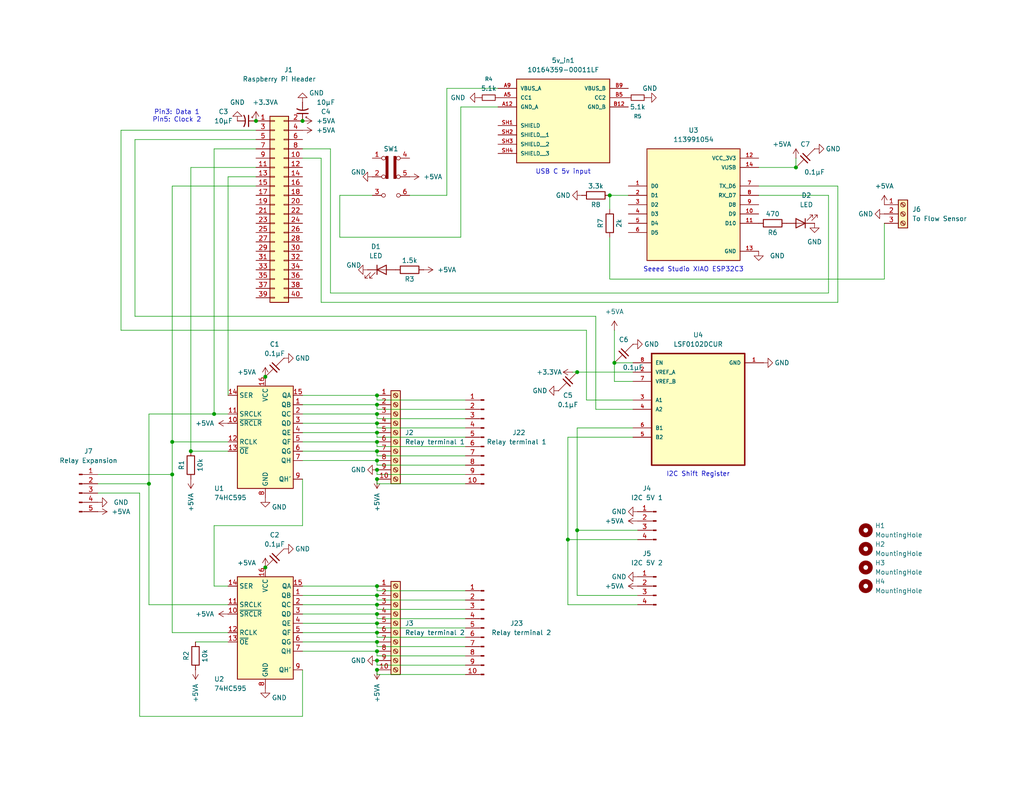
<source format=kicad_sch>
(kicad_sch (version 20250114) (generator "eeschema") (generator_version "9.0")
  (paper "USLetter")
  (title_block (title "Raspberry Pi SIP Hat") (date "2025-11-26") (rev "1.0.0") (company "CasaKazoo") (comment 1 "16 station support using two 74HC595, expansion header for more") (comment 2 "2 5v I2c headers") (comment 3 "Flow sensor input supported by XIAO ESP32C3") (comment 4 "40-pin connector header to interface with RPi"))
  (lib_symbols
    (symbol "74xx:74HC595"
      (property "Reference" "U" (at -7.62 13.97 0))
      (property "Value" "74HC595" (at -7.62 -16.51 0))
      (symbol "74HC595_1_0"
        (pin input line (at -10.16 10.16 0) (length 2.54) (name "SER") (number "14"))
        (pin input line (at -10.16 5.08 0) (length 2.54) (name "SRCLK") (number "11"))
        (pin input line (at -10.16 2.54 0) (length 2.54) (name "~{SRCLR}") (number "10"))
        (pin input line (at -10.16 -2.54 0) (length 2.54) (name "RCLK") (number "12"))
        (pin input line (at -10.16 -5.08 0) (length 2.54) (name "~{OE}") (number "13"))
        (pin power_in line (at 0 15.24 270) (length 2.54) (name "VCC") (number "16"))
        (pin power_in line (at 0 -17.78 90) (length 2.54) (name "GND") (number "8"))
        (pin tri_state line (at 10.16 10.16 180) (length 2.54) (name "QA") (number "15"))
        (pin tri_state line (at 10.16 7.62 180) (length 2.54) (name "QB") (number "1"))
        (pin tri_state line (at 10.16 5.08 180) (length 2.54) (name "QC") (number "2"))
        (pin tri_state line (at 10.16 2.54 180) (length 2.54) (name "QD") (number "3"))
        (pin tri_state line (at 10.16 0 180) (length 2.54) (name "QE") (number "4"))
        (pin tri_state line (at 10.16 -2.54 180) (length 2.54) (name "QF") (number "5"))
        (pin tri_state line (at 10.16 -5.08 180) (length 2.54) (name "QG") (number "6"))
        (pin tri_state line (at 10.16 -7.62 180) (length 2.54) (name "QH") (number "7"))
        (pin output line (at 10.16 -12.7 180) (length 2.54) (name "QH'") (number "9"))
      )
    )
    (symbol "Connector:Conn_01x04_Pin" (pin_names (offset 1.016) (hide yes))
      (property "Reference" "J" (at 0 5.08 0))
      (property "Value" "Conn_01x04_Pin" (at 0 -7.62 0))
      (symbol "Conn_01x04_Pin_1_1"
        (pin passive line (at 5.08 2.54 180) (length 3.81) (name "Pin_1") (number "1"))
        (pin passive line (at 5.08 0 180) (length 3.81) (name "Pin_2") (number "2"))
        (pin passive line (at 5.08 -2.54 180) (length 3.81) (name "Pin_3") (number "3"))
        (pin passive line (at 5.08 -5.08 180) (length 3.81) (name "Pin_4") (number "4"))
      )
    )
    (symbol "Connector:Conn_01x05_Pin" (pin_names (offset 1.016) (hide yes))
      (property "Reference" "J" (at 0 7.62 0))
      (property "Value" "Conn_01x05_Pin" (at 0 -7.62 0))
      (symbol "Conn_01x05_Pin_1_1"
        (pin passive line (at 5.08 5.08 180) (length 3.81) (name "Pin_1") (number "1"))
        (pin passive line (at 5.08 2.54 180) (length 3.81) (name "Pin_2") (number "2"))
        (pin passive line (at 5.08 0 180) (length 3.81) (name "Pin_3") (number "3"))
        (pin passive line (at 5.08 -2.54 180) (length 3.81) (name "Pin_4") (number "4"))
        (pin passive line (at 5.08 -5.08 180) (length 3.81) (name "Pin_5") (number "5"))
      )
    )
    (symbol "Connector:Conn_01x10_Pin" (pin_names (offset 1.016) (hide yes))
      (property "Reference" "J" (at 0 12.7 0))
      (property "Value" "Conn_01x10_Pin" (at 0 -15.24 0))
      (symbol "Conn_01x10_Pin_1_1"
        (pin passive line (at 5.08 10.16 180) (length 3.81) (name "Pin_1") (number "1"))
        (pin passive line (at 5.08 7.62 180) (length 3.81) (name "Pin_2") (number "2"))
        (pin passive line (at 5.08 5.08 180) (length 3.81) (name "Pin_3") (number "3"))
        (pin passive line (at 5.08 2.54 180) (length 3.81) (name "Pin_4") (number "4"))
        (pin passive line (at 5.08 0 180) (length 3.81) (name "Pin_5") (number "5"))
        (pin passive line (at 5.08 -2.54 180) (length 3.81) (name "Pin_6") (number "6"))
        (pin passive line (at 5.08 -5.08 180) (length 3.81) (name "Pin_7") (number "7"))
        (pin passive line (at 5.08 -7.62 180) (length 3.81) (name "Pin_8") (number "8"))
        (pin passive line (at 5.08 -10.16 180) (length 3.81) (name "Pin_9") (number "9"))
        (pin passive line (at 5.08 -12.7 180) (length 3.81) (name "Pin_10") (number "10"))
      )
    )
    (symbol "Connector:Screw_Terminal_01x03" (pin_names (offset 1.016) (hide yes))
      (property "Reference" "J" (at 0 5.08 0))
      (property "Value" "Screw_Terminal_01x03" (at 0 -5.08 0))
      (symbol "Screw_Terminal_01x03_1_1"
        (pin passive line (at -5.08 2.54 0) (length 3.81) (name "Pin_1") (number "1"))
        (pin passive line (at -5.08 0 0) (length 3.81) (name "Pin_2") (number "2"))
        (pin passive line (at -5.08 -2.54 0) (length 3.81) (name "Pin_3") (number "3"))
      )
    )
    (symbol "Connector:Screw_Terminal_01x10" (pin_names (offset 1.016) (hide yes))
      (property "Reference" "J" (at 0 12.7 0))
      (property "Value" "Screw_Terminal_01x10" (at 0 -15.24 0))
      (symbol "Screw_Terminal_01x10_1_1"
        (pin passive line (at -5.08 10.16 0) (length 3.81) (name "Pin_1") (number "1"))
        (pin passive line (at -5.08 7.62 0) (length 3.81) (name "Pin_2") (number "2"))
        (pin passive line (at -5.08 5.08 0) (length 3.81) (name "Pin_3") (number "3"))
        (pin passive line (at -5.08 2.54 0) (length 3.81) (name "Pin_4") (number "4"))
        (pin passive line (at -5.08 0 0) (length 3.81) (name "Pin_5") (number "5"))
        (pin passive line (at -5.08 -2.54 0) (length 3.81) (name "Pin_6") (number "6"))
        (pin passive line (at -5.08 -5.08 0) (length 3.81) (name "Pin_7") (number "7"))
        (pin passive line (at -5.08 -7.62 0) (length 3.81) (name "Pin_8") (number "8"))
        (pin passive line (at -5.08 -10.16 0) (length 3.81) (name "Pin_9") (number "9"))
        (pin passive line (at -5.08 -12.7 0) (length 3.81) (name "Pin_10") (number "10"))
      )
    )
    (symbol "Connector_Generic:Conn_02x20_Odd_Even" (pin_names (offset 1.016) (hide yes))
      (property "Reference" "J1" (at 1.27 29.21 0))
      (property "Value" "Raspberry Pi Header" (at 1.27 26.67 0))
      (symbol "Conn_02x20_Odd_Even_1_1"
        (pin passive line (at -5.08 22.86 0) (length 3.81) (name "Pin_1") (number "1"))
        (pin passive line (at -5.08 20.32 0) (length 3.81) (name "GPIO2") (number "3"))
        (pin passive line (at -5.08 17.78 0) (length 3.81) (name "GPIO3") (number "5"))
        (pin passive line (at -5.08 15.24 0) (length 3.81) (name "Pin_7") (number "7"))
        (pin passive line (at -5.08 12.7 0) (length 3.81) (name "Pin_9") (number "9"))
        (pin passive line (at -5.08 10.16 0) (length 3.81) (name "Pin_11") (number "11"))
        (pin passive line (at -5.08 7.62 0) (length 3.81) (name "Pin_13") (number "13"))
        (pin passive line (at -5.08 5.08 0) (length 3.81) (name "Pin_15") (number "15"))
        (pin passive line (at -5.08 2.54 0) (length 3.81) (name "Pin_17") (number "17"))
        (pin passive line (at -5.08 0 0) (length 3.81) (name "Pin_19") (number "19"))
        (pin passive line (at -5.08 -2.54 0) (length 3.81) (name "Pin_21") (number "21"))
        (pin passive line (at -5.08 -5.08 0) (length 3.81) (name "Pin_23") (number "23"))
        (pin passive line (at -5.08 -7.62 0) (length 3.81) (name "Pin_25") (number "25"))
        (pin passive line (at -5.08 -10.16 0) (length 3.81) (name "Pin_27") (number "27"))
        (pin passive line (at -5.08 -12.7 0) (length 3.81) (name "Pin_29") (number "29"))
        (pin passive line (at -5.08 -15.24 0) (length 3.81) (name "Pin_31") (number "31"))
        (pin passive line (at -5.08 -17.78 0) (length 3.81) (name "Pin_33") (number "33"))
        (pin passive line (at -5.08 -20.32 0) (length 3.81) (name "Pin_35") (number "35"))
        (pin passive line (at -5.08 -22.86 0) (length 3.81) (name "Pin_37") (number "37"))
        (pin passive line (at -5.08 -25.4 0) (length 3.81) (name "Pin_39") (number "39"))
        (pin passive line (at 7.62 22.86 180) (length 3.81) (name "Pin_2") (number "2"))
        (pin passive line (at 7.62 20.32 180) (length 3.81) (name "Pin_4") (number "4"))
        (pin passive line (at 7.62 17.78 180) (length 3.81) (name "Pin_6") (number "6"))
        (pin passive line (at 7.62 15.24 180) (length 3.81) (name "Pin_8") (number "8"))
        (pin passive line (at 7.62 12.7 180) (length 3.81) (name "Pin_10") (number "10"))
        (pin passive line (at 7.62 10.16 180) (length 3.81) (name "Pin_12") (number "12"))
        (pin passive line (at 7.62 7.62 180) (length 3.81) (name "Pin_14") (number "14"))
        (pin passive line (at 7.62 5.08 180) (length 3.81) (name "Pin_16") (number "16"))
        (pin passive line (at 7.62 2.54 180) (length 3.81) (name "Pin_18") (number "18"))
        (pin passive line (at 7.62 0 180) (length 3.81) (name "Pin_20") (number "20"))
        (pin passive line (at 7.62 -2.54 180) (length 3.81) (name "Pin_22") (number "22"))
        (pin passive line (at 7.62 -5.08 180) (length 3.81) (name "Pin_24") (number "24"))
        (pin passive line (at 7.62 -7.62 180) (length 3.81) (name "Pin_26") (number "26"))
        (pin passive line (at 7.62 -10.16 180) (length 3.81) (name "Pin_28") (number "28"))
        (pin passive line (at 7.62 -12.7 180) (length 3.81) (name "Pin_30") (number "30"))
        (pin passive line (at 7.62 -15.24 180) (length 3.81) (name "Pin_32") (number "32"))
        (pin passive line (at 7.62 -17.78 180) (length 3.81) (name "Pin_34") (number "34"))
        (pin passive line (at 7.62 -20.32 180) (length 3.81) (name "Pin_36") (number "36"))
        (pin passive line (at 7.62 -22.86 180) (length 3.81) (name "Pin_38") (number "38"))
        (pin passive line (at 7.62 -25.4 180) (length 3.81) (name "Pin_40") (number "40"))
      )
    )
    (symbol "Device:C_45deg" (pin_numbers (hide yes)) (pin_names (offset 0))
      (property "Reference" "C" (at 3.81 2.54 0))
      (property "Value" "C_45deg" (at 6.35 0 0))
      (symbol "C_45deg_1_1"
        (pin passive line (at -2.54 2.54 0) (length 0) (name "~") (number "2"))
        (pin passive line (at 2.54 -2.54 180) (length 0) (name "~") (number "1"))
      )
    )
    (symbol "Device:C_Polarized_Small_US" (pin_numbers (hide yes)) (pin_names (offset 0.254) (hide yes))
      (property "Reference" "C" (at 0.254 1.778 0))
      (property "Value" "C_Polarized_Small_US" (at 0.254 -2.032 0))
      (symbol "C_Polarized_Small_US_1_1"
        (pin passive line (at 0 2.54 270) (length 2.032) (name "~") (number "1"))
        (pin passive line (at 0 -2.54 90) (length 2.032) (name "~") (number "2"))
      )
    )
    (symbol "Device:LED" (pin_numbers (hide yes)) (pin_names (offset 1.016) (hide yes))
      (property "Reference" "D" (at 0 2.54 0))
      (property "Value" "LED" (at 0 -2.54 0))
      (symbol "LED_1_1"
        (pin passive line (at -3.81 0 0) (length 2.54) (name "K") (number "1"))
        (pin passive line (at 3.81 0 180) (length 2.54) (name "A") (number "2"))
      )
    )
    (symbol "Device:R" (pin_numbers (hide yes)) (pin_names (offset 0))
      (property "Reference" "R" (at 2.032 0 90))
      (property "Value" "R" (at 0 0 90))
      (symbol "R_1_1"
        (pin passive line (at 0 3.81 270) (length 1.27) (name "~") (number "1"))
        (pin passive line (at 0 -3.81 90) (length 1.27) (name "~") (number "2"))
      )
    )
    (symbol "Device:R_Small" (pin_numbers (hide yes)) (pin_names (offset 0.254) (hide yes))
      (property "Reference" "R" (at 0 0 90))
      (property "Value" "R_Small" (at 1.778 0 90))
      (symbol "R_Small_1_1"
        (pin passive line (at 0 2.54 270) (length 0.762) (name "~") (number "1"))
        (pin passive line (at 0 -2.54 90) (length 0.762) (name "~") (number "2"))
      )
    )
    (symbol "Ians_Library:113991054" (pin_names (offset 1.016))
      (property "Reference" "U" (at -12.7 16.002 0))
      (property "Value" "113991054" (at -12.7 -17.78 0))
      (symbol "113991054_0_0"
        (pin bidirectional line (at -17.78 5.08 0) (length 5.08) (name "D0") (number "1"))
        (pin bidirectional line (at -17.78 2.54 0) (length 5.08) (name "D1") (number "2"))
        (pin bidirectional line (at -17.78 0 0) (length 5.08) (name "D2") (number "3"))
        (pin bidirectional line (at -17.78 -2.54 0) (length 5.08) (name "D3") (number "4"))
        (pin bidirectional line (at -17.78 -5.08 0) (length 5.08) (name "D4") (number "5"))
        (pin bidirectional line (at -17.78 -7.62 0) (length 5.08) (name "D5") (number "6"))
        (pin power_in line (at 17.78 12.7 180) (length 5.08) (name "VCC_3V3") (number "12"))
        (pin power_in line (at 17.78 10.16 180) (length 5.08) (name "VUSB") (number "14"))
        (pin bidirectional line (at 17.78 5.08 180) (length 5.08) (name "TX_D6") (number "7"))
        (pin bidirectional line (at 17.78 2.54 180) (length 5.08) (name "RX_D7") (number "8"))
        (pin bidirectional line (at 17.78 0 180) (length 5.08) (name "D8") (number "9"))
        (pin bidirectional line (at 17.78 -2.54 180) (length 5.08) (name "D9") (number "10"))
        (pin bidirectional line (at 17.78 -5.08 180) (length 5.08) (name "D10") (number "11"))
        (pin power_in line (at 17.78 -12.7 180) (length 5.08) (name "GND") (number "13"))
      )
    )
    (symbol "Ians_Library:LSF0102DCUR" (pin_names (offset 1.016))
      (property "Reference" "U" (at -12.7 16.24 0))
      (property "Value" "LSF0102DCUR" (at -12.7 -19.24 0))
      (symbol "LSF0102DCUR_0_0"
        (pin input line (at -17.78 12.7 0) (length 5.08) (name "EN") (number "8"))
        (pin input line (at -17.78 10.16 0) (length 5.08) (name "VREF_A") (number "2"))
        (pin input line (at -17.78 7.62 0) (length 5.08) (name "VREF_B") (number "7"))
        (pin bidirectional line (at -17.78 2.54 0) (length 5.08) (name "A1") (number "3"))
        (pin bidirectional line (at -17.78 0 0) (length 5.08) (name "A2") (number "4"))
        (pin bidirectional line (at -17.78 -5.08 0) (length 5.08) (name "B1") (number "6"))
        (pin bidirectional line (at -17.78 -7.62 0) (length 5.08) (name "B2") (number "5"))
        (pin power_in line (at 17.78 12.7 180) (length 5.08) (name "GND") (number "1"))
      )
    )
    (symbol "Mechanical:MountingHole" (pin_names (offset 1.016)) (in_bom no)
      (property "Reference" "H" (at 0 5.08 0))
      (property "Value" "MountingHole" (at 0 3.175 0))
    )
    (symbol "Switch:SW_Slide_DPDT" (pin_names (offset 0) (hide yes))
      (property "Reference" "SW1" (at 10.16 7.62 0))
      (symbol "SW_Slide_DPDT_1_1"
        (pin passive line (at -5.08 5.08 0) (length 2.54) (name "A") (number "1"))
        (pin passive line (at -5.08 0 0) (length 2.54) (name "B") (number "2"))
        (pin passive line (at -5.08 -5.08 0) (length 2.54) (name "C") (number "3"))
        (pin passive line (at 5.08 5.08 180) (length 2.54) (name "C") (number "4"))
        (pin passive line (at 5.08 0 180) (length 2.54) (name "B") (number "5"))
        (pin power_out line (at 5.08 -5.08 180) (length 2.54) (name "A") (number "6"))
      )
    )
    (symbol "USBC Assembly:10164359-00011LF" (pin_names (offset 1.016))
      (property "Reference" "J" (at -12.7 8.382 0))
      (property "Value" "10164359-00011LF" (at -12.7 -17.78 0))
      (symbol "10164359-00011LF_0_0"
        (pin power_in line (at -17.78 5.08 0) (length 5.08) (name "VBUS_A") (number "A9"))
        (pin bidirectional line (at -17.78 2.54 0) (length 5.08) (name "CC1") (number "A5"))
        (pin power_in line (at -17.78 0 0) (length 5.08) (name "GND_A") (number "A12"))
        (pin passive line (at -17.78 -5.08 0) (length 5.08) (name "SHIELD") (number "SH1"))
        (pin passive line (at -17.78 -7.62 0) (length 5.08) (name "SHIELD__1") (number "SH2"))
        (pin passive line (at -17.78 -10.16 0) (length 5.08) (name "SHIELD__2") (number "SH3"))
        (pin passive line (at -17.78 -12.7 0) (length 5.08) (name "SHIELD__3") (number "SH4"))
        (pin power_in line (at 17.78 5.08 180) (length 5.08) (name "VBUS_B") (number "B9"))
        (pin bidirectional line (at 17.78 2.54 180) (length 5.08) (name "CC2") (number "B5"))
        (pin power_in line (at 17.78 0 180) (length 5.08) (name "GND_B") (number "B12"))
      )
    )
    (symbol "power:+3.3VA" (power) (pin_numbers (hide yes)) (pin_names (offset 0) (hide yes))
      (property "Value" "+3.3VA" (at 0 3.556 0))
      (symbol "+3.3VA_1_1"
        (pin power_in line (at 0 0 90) (length 0) (name "~") (number "1"))
      )
    )
    (symbol "power:+5VA" (power) (pin_numbers (hide yes)) (pin_names (offset 0) (hide yes))
      (property "Value" "+5VA" (at 0 3.556 0))
      (symbol "+5VA_1_1"
        (pin power_in line (at 0 0 90) (length 0) (name "~") (number "1"))
      )
    )
    (symbol "power:GND" (power) (pin_numbers (hide yes)) (pin_names (offset 0) (hide yes))
      (property "Value" "GND" (at 0 -3.81 0))
      (symbol "GND_1_1"
        (pin power_in line (at 0 0 270) (length 0) (name "~") (number "1"))
      )
    )
  )
  (text "USB C 5v input" (at 153.67 46.99 0) (effects (font (size 1.27 1.27))))
  (text "I2C Shift Register" (at 190.5 129.54 0) (effects (font (size 1.27 1.27))))
  (text "Seeed Studio XIAO ESP32C3" (at 189.23 73.66 0) (effects (font (size 1.27 1.27))))
  (text "Pin3: Data 1\nPin5: Clock 2" (at 48.26 31.75 0) (effects (font (size 1.27 1.27))))
  (junction (at 69.85 33.02))
  (junction (at 72.39 102.87))
  (junction (at 102.87 182.88))
  (junction (at 102.87 170.18))
  (junction (at 58.42 113.03))
  (junction (at 102.87 107.95))
  (junction (at 102.87 160.02))
  (junction (at 40.64 132.08))
  (junction (at 102.87 167.64))
  (junction (at 166.37 53.34))
  (junction (at 102.87 113.03))
  (junction (at 217.17 45.72))
  (junction (at 102.87 120.65))
  (junction (at 102.87 130.81))
  (junction (at 72.39 154.94))
  (junction (at 102.87 118.11))
  (junction (at 102.87 128.27))
  (junction (at 46.99 129.54))
  (junction (at 52.07 123.19))
  (junction (at 102.87 172.72))
  (junction (at 46.99 120.65))
  (junction (at 102.87 110.49))
  (junction (at 102.87 180.34))
  (junction (at 102.87 165.1))
  (junction (at 102.87 175.26))
  (junction (at 82.55 33.02))
  (junction (at 102.87 125.73))
  (junction (at 154.94 147.32))
  (junction (at 102.87 123.19))
  (junction (at 102.87 177.8))
  (junction (at 157.48 101.6))
  (junction (at 167.64 99.06))
  (junction (at 157.48 144.78))
  (junction (at 102.87 162.56))
  (junction (at 102.87 115.57))
  (wire (pts (xy 172.72 104.14) (xy 167.64 104.14)))
  (wire (pts (xy 90.17 40.64) (xy 90.17 80.01)))
  (wire (pts (xy 226.06 80.01) (xy 226.06 53.34)))
  (wire (pts (xy 102.87 111.76) (xy 102.87 110.49)))
  (wire (pts (xy 58.42 143.51) (xy 58.42 160.02)))
  (wire (pts (xy 160.02 109.22) (xy 172.72 109.22)))
  (wire (pts (xy 82.55 123.19) (xy 102.87 123.19)))
  (wire (pts (xy 154.94 119.38) (xy 172.72 119.38)))
  (wire (pts (xy 207.01 50.8) (xy 228.6 50.8)))
  (wire (pts (xy 52.07 45.72) (xy 69.85 45.72)))
  (wire (pts (xy 167.64 90.17) (xy 167.64 99.06)))
  (wire (pts (xy 82.55 182.88) (xy 82.55 195.58)))
  (wire (pts (xy 217.17 45.72) (xy 217.17 43.18)))
  (wire (pts (xy 127 119.38) (xy 102.87 119.38)))
  (wire (pts (xy 26.67 129.54) (xy 46.99 129.54)))
  (wire (pts (xy 166.37 76.2) (xy 241.3 76.2)))
  (wire (pts (xy 162.56 86.36) (xy 162.56 111.76)))
  (wire (pts (xy 157.48 144.78) (xy 157.48 116.84)))
  (wire (pts (xy 82.55 165.1) (xy 102.87 165.1)))
  (wire (pts (xy 127 181.61) (xy 102.87 181.61)))
  (wire (pts (xy 46.99 120.65) (xy 46.99 129.54)))
  (wire (pts (xy 40.64 113.03) (xy 58.42 113.03)))
  (wire (pts (xy 82.55 143.51) (xy 58.42 143.51)))
  (wire (pts (xy 82.55 195.58) (xy 38.1 195.58)))
  (wire (pts (xy 62.23 48.26) (xy 62.23 107.95)))
  (wire (pts (xy 102.87 163.83) (xy 102.87 162.56)))
  (wire (pts (xy 127 176.53) (xy 102.87 176.53)))
  (wire (pts (xy 82.55 130.81) (xy 82.55 143.51)))
  (wire (pts (xy 62.23 172.72) (xy 46.99 172.72)))
  (wire (pts (xy 127 173.99) (xy 102.87 173.99)))
  (wire (pts (xy 167.64 99.06) (xy 172.72 99.06)))
  (wire (pts (xy 102.87 127) (xy 102.87 125.73)))
  (wire (pts (xy 154.94 165.1) (xy 154.94 147.32)))
  (wire (pts (xy 46.99 50.8) (xy 46.99 120.65)))
  (wire (pts (xy 33.02 35.56) (xy 33.02 90.17)))
  (wire (pts (xy 82.55 118.11) (xy 102.87 118.11)))
  (wire (pts (xy 127 132.08) (xy 102.87 132.08)))
  (wire (pts (xy 82.55 43.18) (xy 87.63 43.18)))
  (wire (pts (xy 166.37 57.15) (xy 166.37 53.34)))
  (wire (pts (xy 82.55 170.18) (xy 102.87 170.18)))
  (wire (pts (xy 127 114.3) (xy 102.87 114.3)))
  (wire (pts (xy 82.55 107.95) (xy 102.87 107.95)))
  (wire (pts (xy 26.67 134.62) (xy 38.1 134.62)))
  (wire (pts (xy 160.02 90.17) (xy 160.02 109.22)))
  (wire (pts (xy 157.48 101.6) (xy 172.72 101.6)))
  (wire (pts (xy 82.55 110.49) (xy 102.87 110.49)))
  (wire (pts (xy 111.76 53.34) (xy 121.92 53.34)))
  (wire (pts (xy 82.55 172.72) (xy 102.87 172.72)))
  (wire (pts (xy 58.42 40.64) (xy 69.85 40.64)))
  (wire (pts (xy 33.02 90.17) (xy 160.02 90.17)))
  (wire (pts (xy 102.87 119.38) (xy 102.87 118.11)))
  (wire (pts (xy 38.1 134.62) (xy 38.1 195.58)))
  (wire (pts (xy 82.55 160.02) (xy 102.87 160.02)))
  (wire (pts (xy 127 129.54) (xy 102.87 129.54)))
  (wire (pts (xy 46.99 50.8) (xy 69.85 50.8)))
  (wire (pts (xy 36.83 38.1) (xy 36.83 86.36)))
  (wire (pts (xy 102.87 116.84) (xy 102.87 115.57)))
  (wire (pts (xy 102.87 114.3) (xy 102.87 113.03)))
  (wire (pts (xy 102.87 161.29) (xy 102.87 160.02)))
  (wire (pts (xy 53.34 175.26) (xy 62.23 175.26)))
  (wire (pts (xy 157.48 162.56) (xy 157.48 144.78)))
  (wire (pts (xy 102.87 168.91) (xy 102.87 167.64)))
  (wire (pts (xy 241.3 60.96) (xy 241.3 76.2)))
  (wire (pts (xy 127 166.37) (xy 102.87 166.37)))
  (wire (pts (xy 102.87 166.37) (xy 102.87 165.1)))
  (wire (pts (xy 87.63 82.55) (xy 228.6 82.55)))
  (wire (pts (xy 87.63 43.18) (xy 87.63 82.55)))
  (wire (pts (xy 58.42 113.03) (xy 62.23 113.03)))
  (wire (pts (xy 127 121.92) (xy 102.87 121.92)))
  (wire (pts (xy 207.01 45.72) (xy 217.17 45.72)))
  (wire (pts (xy 102.87 132.08) (xy 102.87 130.81)))
  (wire (pts (xy 82.55 120.65) (xy 102.87 120.65)))
  (wire (pts (xy 173.99 162.56) (xy 157.48 162.56)))
  (wire (pts (xy 46.99 129.54) (xy 46.99 172.72)))
  (wire (pts (xy 127 127) (xy 102.87 127)))
  (wire (pts (xy 102.87 173.99) (xy 102.87 172.72)))
  (wire (pts (xy 102.87 109.22) (xy 102.87 107.95)))
  (wire (pts (xy 102.87 176.53) (xy 102.87 175.26)))
  (wire (pts (xy 125.73 29.21) (xy 125.73 64.77)))
  (wire (pts (xy 154.94 147.32) (xy 154.94 119.38)))
  (wire (pts (xy 127 111.76) (xy 102.87 111.76)))
  (wire (pts (xy 82.55 162.56) (xy 102.87 162.56)))
  (wire (pts (xy 127 161.29) (xy 102.87 161.29)))
  (wire (pts (xy 102.87 129.54) (xy 102.87 128.27)))
  (wire (pts (xy 127 124.46) (xy 102.87 124.46)))
  (wire (pts (xy 173.99 165.1) (xy 154.94 165.1)))
  (wire (pts (xy 127 116.84) (xy 102.87 116.84)))
  (wire (pts (xy 166.37 64.77) (xy 166.37 76.2)))
  (wire (pts (xy 127 171.45) (xy 102.87 171.45)))
  (wire (pts (xy 26.67 132.08) (xy 40.64 132.08)))
  (wire (pts (xy 127 163.83) (xy 102.87 163.83)))
  (wire (pts (xy 58.42 160.02) (xy 62.23 160.02)))
  (wire (pts (xy 101.6 53.34) (xy 92.71 53.34)))
  (wire (pts (xy 36.83 86.36) (xy 162.56 86.36)))
  (wire (pts (xy 156.21 101.6) (xy 157.48 101.6)))
  (wire (pts (xy 121.92 24.13) (xy 121.92 53.34)))
  (wire (pts (xy 102.87 124.46) (xy 102.87 123.19)))
  (wire (pts (xy 226.06 53.34) (xy 207.01 53.34)))
  (wire (pts (xy 69.85 35.56) (xy 33.02 35.56)))
  (wire (pts (xy 62.23 120.65) (xy 46.99 120.65)))
  (wire (pts (xy 228.6 82.55) (xy 228.6 50.8)))
  (wire (pts (xy 135.89 29.21) (xy 125.73 29.21)))
  (wire (pts (xy 82.55 115.57) (xy 102.87 115.57)))
  (wire (pts (xy 173.99 147.32) (xy 154.94 147.32)))
  (wire (pts (xy 127 184.15) (xy 102.87 184.15)))
  (wire (pts (xy 102.87 121.92) (xy 102.87 120.65)))
  (wire (pts (xy 166.37 53.34) (xy 171.45 53.34)))
  (wire (pts (xy 62.23 48.26) (xy 69.85 48.26)))
  (wire (pts (xy 102.87 181.61) (xy 102.87 180.34)))
  (wire (pts (xy 102.87 179.07) (xy 102.87 177.8)))
  (wire (pts (xy 92.71 53.34) (xy 92.71 64.77)))
  (wire (pts (xy 40.64 132.08) (xy 40.64 165.1)))
  (wire (pts (xy 90.17 80.01) (xy 226.06 80.01)))
  (wire (pts (xy 82.55 175.26) (xy 102.87 175.26)))
  (wire (pts (xy 102.87 171.45) (xy 102.87 170.18)))
  (wire (pts (xy 162.56 111.76) (xy 172.72 111.76)))
  (wire (pts (xy 125.73 64.77) (xy 92.71 64.77)))
  (wire (pts (xy 62.23 123.19) (xy 52.07 123.19)))
  (wire (pts (xy 127 179.07) (xy 102.87 179.07)))
  (wire (pts (xy 157.48 116.84) (xy 172.72 116.84)))
  (wire (pts (xy 102.87 184.15) (xy 102.87 182.88)))
  (wire (pts (xy 58.42 40.64) (xy 58.42 113.03)))
  (wire (pts (xy 127 109.22) (xy 102.87 109.22)))
  (wire (pts (xy 82.55 167.64) (xy 102.87 167.64)))
  (wire (pts (xy 82.55 113.03) (xy 102.87 113.03)))
  (wire (pts (xy 173.99 144.78) (xy 157.48 144.78)))
  (wire (pts (xy 82.55 125.73) (xy 102.87 125.73)))
  (wire (pts (xy 82.55 177.8) (xy 102.87 177.8)))
  (wire (pts (xy 167.64 104.14) (xy 167.64 99.06)))
  (wire (pts (xy 135.89 24.13) (xy 121.92 24.13)))
  (wire (pts (xy 82.55 40.64) (xy 90.17 40.64)))
  (wire (pts (xy 40.64 165.1) (xy 62.23 165.1)))
  (wire (pts (xy 40.64 113.03) (xy 40.64 132.08)))
  (wire (pts (xy 69.85 38.1) (xy 36.83 38.1)))
  (wire (pts (xy 52.07 45.72) (xy 52.07 123.19)))
  (wire (pts (xy 127 168.91) (xy 102.87 168.91)))
  (symbol (lib_id "Device:LED") (at 218.44 60.96 180) (unit 1)
    (property "Reference" "D2" (at 220.0275 53.34 0))
    (property "Value" "LED" (at 220.0275 55.88 0))
    (property "Footprint" "PCM_LED_SMD_Handsoldering_AKL:LED_1206_3216Metric_Pad1.42x1.75mm" (effects (hide yes)))
    (property "Datasheet" "https://optoelectronics.liteon.com/upload/download/DS-22-98-0004/LTST-C150GKT.pdf" (effects (hide yes)))
    (property "Description" "Light emitting diode" (effects (hide yes)))
    (property "Sim.Pins" "1=K 2=A" (effects (hide yes)))
  )
  (symbol (lib_id "power:GND") (at 241.3 58.42 270) (unit 1)
    (property "Reference" "#PWR038" (effects (hide yes)))
    (property "Value" "GND" (at 236.22 58.42 90))
    (property "Description" "Power symbol creates a global label with name \"GND\" , ground" (effects (hide yes)))
  )
  (symbol (lib_id "power:+5VA") (at 82.55 33.02 270) (unit 1)
    (property "Reference" "#PWR042" (effects (hide yes)))
    (property "Value" "+5VA" (at 88.9 33.02 90))
    (property "Description" "Power symbol creates a global label with name \"+5VA\"" (effects (hide yes)))
  )
  (symbol (lib_id "Connector:Conn_01x05_Pin") (at 21.59 134.62 0) (unit 1)
    (property "Reference" "J7" (at 24.13 123.19 0))
    (property "Value" "Relay Expansion" (at 24.13 125.73 0))
    (property "Footprint" "Connector_PinHeader_2.54mm:PinHeader_1x05_P2.54mm_Vertical" (effects (hide yes)))
    (property "Description" "Generic connector, single row, 01x05, script generated" (effects (hide yes)))
  )
  (symbol (lib_id "USBC Assembly:10164359-00011LF") (at 153.67 29.21 0) (unit 1)
    (property "Reference" "5v_in1" (at 153.67 16.51 0))
    (property "Value" "10164359-00011LF" (at 153.67 19.05 0))
    (property "Footprint" "Ians_Parts:AMPHENOL_10164359-00011LF" (effects (hide yes)))
    (property "PARTREV" "A" (effects (hide yes)))
    (property "STANDARD" "Manufacturer Recommendations" (effects (hide yes)))
    (property "MAXIMUM_PACKAGE_HEIGHT" "3.26 mm" (effects (hide yes)))
    (property "MANUFACTURER" "Amphenol" (effects (hide yes)))
  )
  (symbol (lib_id "Device:R") (at 166.37 60.96 0) (unit 1)
    (property "Reference" "R7" (at 163.83 60.96 90))
    (property "Value" "2k" (at 168.91 60.96 90))
    (property "Footprint" "Resistor_SMD:R_1206_3216Metric_Pad1.30x1.75mm_HandSolder" (effects (hide yes)))
    (property "Datasheet" "https://www.seielect.com/catalog/sei-cf_cfm.pdf" (effects (hide yes)))
    (property "Description" "Resistor 1/8 watt" (effects (hide yes)))
  )
  (symbol (lib_id "Ians_Library:LSF0102DCUR") (at 190.5 111.76 0) (unit 1)
    (property "Reference" "U4" (at 190.5 91.44 0))
    (property "Value" "LSF0102DCUR" (at 190.5 93.98 0))
    (property "Footprint" "Ians_Parts:SOP50P310X90-8N" (effects (hide yes)))
    (property "Datasheet" "kicad-embed://lsf0102.pdf" (effects (hide yes)))
    (property "Description" "IC XLTR VL BIDIR 8-VSSOP LSF0102 2 Channel Auto-Bidirectional Multi-Voltage Level Translator" (effects (hide yes)))
  )
  (symbol (lib_id "power:GND") (at 101.6 48.26 270) (unit 1)
    (property "Reference" "#PWR014" (effects (hide yes)))
    (property "Value" "GND" (at 97.79 46.99 90))
    (property "Description" "Power symbol creates a global label with name \"GND\" , ground" (effects (hide yes)))
  )
  (symbol (lib_id "power:GND") (at 77.47 149.86 90) (unit 1)
    (property "Reference" "#PWR010" (effects (hide yes)))
    (property "Value" "GND" (at 82.55 149.86 90))
    (property "Description" "Power symbol creates a global label with name \"GND\" , ground" (effects (hide yes)))
  )
  (symbol (lib_id "Connector:Screw_Terminal_01x10") (at 107.95 118.11 0) (unit 1)
    (property "Reference" "J2" (at 110.49 118.1099 0) (effects (justify left)))
    (property "Value" "Relay terminal 1" (at 110.49 120.6499 0) (effects (justify left)))
    (property "Footprint" "Ians_Parts:PHOENIX_1990083" (effects (hide yes)))
    (property "Description" "Generic screw terminal, single row, 01x10, script generated (kicad-library-utils/schlib/autogen/connector/)" (effects (hide yes)))
  )
  (symbol (lib_id "Connector:Screw_Terminal_01x03") (at 246.38 58.42 0) (unit 1)
    (property "Reference" "J6" (at 248.92 57.1499 0) (effects (justify left)))
    (property "Value" "To Flow Sensor" (at 248.92 59.6899 0) (effects (justify left)))
    (property "Footprint" "Ians_Parts:PHOENIX_1729131" (effects (hide yes)))
    (property "Description" "Generic screw terminal, single row, 01x03, script generated (kicad-library-utils/schlib/autogen/connector/)" (effects (hide yes)))
  )
  (symbol (lib_id "Device:R") (at 162.56 53.34 90) (unit 1)
    (property "Reference" "R8" (at 162.56 55.88 90))
    (property "Value" "3.3k" (at 162.56 50.8 90))
    (property "Footprint" "Resistor_SMD:R_1206_3216Metric_Pad1.30x1.75mm_HandSolder" (effects (hide yes)))
    (property "Datasheet" "https://www.seielect.com/catalog/sei-cf_cfm.pdf" (effects (hide yes)))
    (property "Description" "Resistor 1/8 watt" (effects (hide yes)))
  )
  (symbol (lib_id "Device:C_45deg") (at 170.18 96.52 90) (unit 1)
    (property "Reference" "C6" (at 170.18 92.71 90))
    (property "Value" "0.1µF" (at 172.72 100.33 90))
    (property "Footprint" "Capacitor_SMD:C_0805_2012Metric_Pad1.18x1.45mm_HandSolder" (effects (hide yes)))
    (property "Datasheet" "https://www.vishay.com/docs/45164/aseries.pdf" (effects (hide yes)))
    (property "Description" "Unpolarized capacitor, 50v" (effects (hide yes)))
  )
  (symbol (lib_id "power:+3.3VA") (at 72.39 102.87 0) (unit 1)
    (property "Reference" "#PWR05" (effects (hide yes)))
    (property "Value" "+5VA" (at 67.31 101.6 0))
    (property "Description" "Power symbol creates a global label with name \"+3.3VA\"" (effects (hide yes)))
  )
  (symbol (lib_id "Device:R") (at 53.34 179.07 0) (unit 1)
    (property "Reference" "R2" (at 50.8 179.07 90))
    (property "Value" "10k" (at 55.88 179.07 90))
    (property "Footprint" "Resistor_SMD:R_1206_3216Metric_Pad1.30x1.75mm_HandSolder" (effects (hide yes)))
    (property "Datasheet" "https://www.seielect.com/catalog/sei-cf_cfm.pdf" (effects (hide yes)))
    (property "Description" "Resistor 1/8 watt" (effects (hide yes)))
  )
  (symbol (lib_id "Device:C_45deg") (at 74.93 152.4 90) (unit 1)
    (property "Reference" "C2" (at 74.93 146.05 90))
    (property "Value" "0.1µF" (at 74.93 148.59 90))
    (property "Footprint" "Capacitor_SMD:C_0805_2012Metric_Pad1.18x1.45mm_HandSolder" (effects (hide yes)))
    (property "Datasheet" "https://www.vishay.com/docs/45164/aseries.pdf" (effects (hide yes)))
    (property "Description" "Unpolarized capacitor, 50v" (effects (hide yes)))
  )
  (symbol (lib_id "power:GND") (at 173.99 139.7 270) (mirror x) (unit 1)
    (property "Reference" "#PWR026" (effects (hide yes)))
    (property "Value" "GND" (at 168.91 139.7 90))
    (property "Description" "Power symbol creates a global label with name \"GND\" , ground" (effects (hide yes)))
  )
  (symbol (lib_id "Device:R_Small") (at 173.99 26.67 270) (unit 1)
    (property "Reference" "R5" (at 173.99 31.75 90) (effects (font (size 1.016 1.016))))
    (property "Value" "5.1k" (at 173.99 29.21 90))
    (property "Footprint" "Resistor_SMD:R_1206_3216Metric_Pad1.30x1.75mm_HandSolder" (effects (hide yes)))
  )
  (symbol (lib_id "power:+5VA") (at 69.85 33.02 0) (unit 1)
    (property "Reference" "#PWR012" (effects (hide yes)))
    (property "Value" "+3.3VA" (at 72.39 27.94 0))
    (property "Description" "Power symbol creates a global label with name \"+5VA\"" (effects (hide yes)))
  )
  (symbol (lib_id "power:GND") (at 176.53 26.67 90) (unit 1)
    (property "Reference" "#PWR031" (effects (hide yes)))
    (property "Value" "GND" (at 175.26 24.13 90) (effects (justify right)))
    (property "Description" "Power symbol creates a global label with name \"GND\" , ground" (effects (hide yes)))
  )
  (symbol (lib_id "Device:LED") (at 104.14 73.66 0) (unit 1)
    (property "Reference" "D1" (at 102.5525 67.31 0))
    (property "Value" "LED" (at 102.5525 69.85 0))
    (property "Footprint" "PCM_LED_SMD_Handsoldering_AKL:LED_1206_3216Metric_Pad1.42x1.75mm" (effects (hide yes)))
    (property "Datasheet" "https://mm.digikey.com/Volume0/opasdata/d220001/medias/docus/993/LTST-C150EKT.pdf" (effects (hide yes)))
    (property "Description" "Light emitting diode" (effects (hide yes)))
    (property "Sim.Pins" "1=K 2=A" (effects (hide yes)))
  )
  (symbol (lib_id "power:GND") (at 172.72 93.98 90) (unit 1)
    (property "Reference" "#PWR030" (effects (hide yes)))
    (property "Value" "GND" (at 177.8 93.98 90))
    (property "Description" "Power symbol creates a global label with name \"GND\" , ground" (effects (hide yes)))
  )
  (symbol (lib_id "power:+3.3VA") (at 173.99 160.02 90) (mirror x) (unit 1)
    (property "Reference" "#PWR027" (effects (hide yes)))
    (property "Value" "+5VA" (at 167.64 160.02 90))
    (property "Description" "Power symbol creates a global label with name \"+3.3VA\"" (effects (hide yes)))
  )
  (symbol (lib_id "power:+3.3VA") (at 156.21 101.6 90) (unit 1)
    (property "Reference" "#PWR024" (effects (hide yes)))
    (property "Value" "+3.3VA" (at 149.86 101.6 90))
    (property "Description" "Power symbol creates a global label with name \"+3.3VA\"" (effects (hide yes)))
  )
  (symbol (lib_id "Mechanical:MountingHole") (at 236.22 154.94 0) (unit 1) (in_bom no)
    (property "Reference" "H3" (at 238.76 153.6699 0) (effects (justify left)))
    (property "Value" "MountingHole" (at 238.76 156.2099 0) (effects (justify left)))
    (property "Footprint" "MountingHole:MountingHole_2.7mm_M2.5_ISO14580" (effects (hide yes)))
    (property "Description" "Mounting Hole without connection" (effects (hide yes)))
  )
  (symbol (lib_id "Device:C_Polarized_Small_US") (at 82.55 30.48 180) (unit 1)
    (property "Reference" "C4" (at 88.9 30.48 0))
    (property "Value" "10µF" (at 88.9 27.94 0))
    (property "Footprint" "Capacitor_THT:CP_Radial_D5.0mm_P2.50mm" (effects (hide yes)))
    (property "Datasheet" "https://www.rubycon.co.jp/wp-content/uploads/catalog-aluminum/YXJ.pdf" (effects (hide yes)))
    (property "Description" "Polarized capacitor, 50v" (effects (hide yes)))
  )
  (symbol (lib_id "power:+3.3VA") (at 167.64 90.17 0) (unit 1)
    (property "Reference" "#PWR029" (effects (hide yes)))
    (property "Value" "+5VA" (at 167.64 85.09 0))
    (property "Description" "Power symbol creates a global label with name \"+3.3VA\"" (effects (hide yes)))
  )
  (symbol (lib_id "power:+3.3VA") (at 72.39 154.94 0) (unit 1)
    (property "Reference" "#PWR07" (effects (hide yes)))
    (property "Value" "+5VA" (at 67.31 153.67 0))
    (property "Description" "Power symbol creates a global label with name \"+3.3VA\"" (effects (hide yes)))
  )
  (symbol (lib_id "power:+3.3VA") (at 102.87 130.81 180) (unit 1)
    (property "Reference" "#PWR016" (effects (hide yes)))
    (property "Value" "+5VA" (at 102.87 137.16 90))
    (property "Description" "Power symbol creates a global label with name \"+3.3VA\"" (effects (hide yes)))
  )
  (symbol (lib_id "power:GND") (at 102.87 180.34 270) (unit 1)
    (property "Reference" "#PWR017" (effects (hide yes)))
    (property "Value" "GND" (at 97.79 180.34 90))
    (property "Description" "Power symbol creates a global label with name \"GND\" , ground" (effects (hide yes)))
  )
  (symbol (lib_id "Connector:Conn_01x10_Pin") (at 132.08 171.45 0) (mirror y) (unit 1)
    (property "Reference" "J23" (at 140.97 170.18 0))
    (property "Value" "Relay terminal 2" (at 142.24 172.72 0))
    (property "Footprint" "Connector_Molex:Molex_SL_171971-0010_1x10_P2.54mm_Vertical" (effects (hide yes)))
    (property "Datasheet" "https://www.molex.com/content/dam/molex/molex-dot-com/products/automated/en-us/salesdrawingpdf/705/70543/705430042_sd.pdf?inline" (effects (hide yes)))
    (property "Description" "Generic connector, single row, 01x10, script generated" (effects (hide yes)))
  )
  (symbol (lib_id "power:GND") (at 102.87 128.27 270) (unit 1)
    (property "Reference" "#PWR015" (effects (hide yes)))
    (property "Value" "GND" (at 97.79 128.27 90))
    (property "Description" "Power symbol creates a global label with name \"GND\" , ground" (effects (hide yes)))
  )
  (symbol (lib_id "power:+3.3VA") (at 173.99 142.24 90) (mirror x) (unit 1)
    (property "Reference" "#PWR025" (effects (hide yes)))
    (property "Value" "+5VA" (at 167.64 142.24 90))
    (property "Description" "Power symbol creates a global label with name \"+3.3VA\"" (effects (hide yes)))
  )
  (symbol (lib_id "power:GND") (at 72.39 135.89 0) (unit 1)
    (property "Reference" "#PWR06" (effects (hide yes)))
    (property "Value" "GND" (at 76.2 138.43 0))
    (property "Description" "Power symbol creates a global label with name \"GND\" , ground" (effects (hide yes)))
  )
  (symbol (lib_id "Mechanical:MountingHole") (at 236.22 149.86 0) (unit 1) (in_bom no)
    (property "Reference" "H2" (at 238.76 148.5899 0) (effects (justify left)))
    (property "Value" "MountingHole" (at 238.76 151.1299 0) (effects (justify left)))
    (property "Footprint" "MountingHole:MountingHole_2.7mm_M2.5_ISO14580" (effects (hide yes)))
    (property "Description" "Mounting Hole without connection" (effects (hide yes)))
  )
  (symbol (lib_id "Device:C_45deg") (at 74.93 100.33 90) (unit 1)
    (property "Reference" "C1" (at 74.93 93.98 90))
    (property "Value" "0.1µF" (at 74.93 96.52 90))
    (property "Footprint" "Capacitor_SMD:C_0805_2012Metric_Pad1.18x1.45mm_HandSolder" (effects (hide yes)))
    (property "Datasheet" "https://www.vishay.com/docs/45164/aseries.pdf" (effects (hide yes)))
    (property "Description" "Unpolarized capacitor, 50v" (effects (hide yes)))
  )
  (symbol (lib_id "power:GND") (at 100.33 73.66 270) (unit 1)
    (property "Reference" "#PWR013" (effects (hide yes)))
    (property "Value" "GND" (at 96.52 72.39 90))
    (property "Description" "Power symbol creates a global label with name \"GND\" , ground" (effects (hide yes)))
  )
  (symbol (lib_id "power:+5VA") (at 82.55 35.56 270) (unit 1)
    (property "Reference" "#PWR044" (effects (hide yes)))
    (property "Value" "+5VA" (at 88.9 35.56 90))
    (property "Description" "Power symbol creates a global label with name \"+5VA\"" (effects (hide yes)))
  )
  (symbol (lib_id "power:GND") (at 208.28 99.06 90) (unit 1)
    (property "Reference" "#PWR033" (effects (hide yes)))
    (property "Value" "GND" (at 213.36 99.06 90))
    (property "Description" "Power symbol creates a global label with name \"GND\" , ground" (effects (hide yes)))
  )
  (symbol (lib_id "Connector:Conn_01x04_Pin") (at 179.07 160.02 0) (mirror y) (unit 1)
    (property "Reference" "J5" (at 176.53 151.13 0))
    (property "Value" "I2C 5V 2" (at 176.53 153.67 0))
    (property "Footprint" "Connector_PinHeader_2.54mm:PinHeader_1x04_P2.54mm_Vertical" (effects (hide yes)))
    (property "Description" "Generic connector, single row, 01x04, script generated" (effects (hide yes)))
  )
  (symbol (lib_id "power:+3.3VA") (at 53.34 182.88 180) (unit 1)
    (property "Reference" "#PWR02" (effects (hide yes)))
    (property "Value" "+5VA" (at 53.34 189.23 90))
    (property "Description" "Power symbol creates a global label with name \"+3.3VA\"" (effects (hide yes)))
  )
  (symbol (lib_id "power:GND") (at 72.39 187.96 0) (unit 1)
    (property "Reference" "#PWR08" (effects (hide yes)))
    (property "Value" "GND" (at 76.2 190.5 0))
    (property "Description" "Power symbol creates a global label with name \"GND\" , ground" (effects (hide yes)))
  )
  (symbol (lib_id "power:+3.3VA") (at 217.17 43.18 0) (unit 1)
    (property "Reference" "#PWR034" (effects (hide yes)))
    (property "Value" "+5VA" (at 213.36 39.37 0))
    (property "Description" "Power symbol creates a global label with name \"+3.3VA\"" (effects (hide yes)))
  )
  (symbol (lib_id "Device:C_45deg") (at 154.94 104.14 270) (unit 1)
    (property "Reference" "C5" (at 154.94 107.95 90))
    (property "Value" "0.1µF" (at 154.94 110.49 90))
    (property "Footprint" "Capacitor_SMD:C_0805_2012Metric_Pad1.18x1.45mm_HandSolder" (effects (hide yes)))
    (property "Datasheet" "https://www.vishay.com/docs/45164/aseries.pdf" (effects (hide yes)))
    (property "Description" "Unpolarized capacitor, 50v" (effects (hide yes)))
  )
  (symbol (lib_id "power:+3.3VA") (at 62.23 115.57 90) (unit 1)
    (property "Reference" "#PWR03" (effects (hide yes)))
    (property "Value" "+5VA" (at 55.88 115.57 90))
    (property "Description" "Power symbol creates a global label with name \"+3.3VA\"" (effects (hide yes)))
  )
  (symbol (lib_id "Switch:SW_Slide_DPDT") (at 106.68 48.26 0) (unit 1)
    (property "Reference" "SW1" (at 106.68 40.64 0))
    (property "Value" "SW_Slide_DPDT" (effects (hide yes)))
    (property "Footprint" "Ians_Parts:DPDT Slide switch - CL-SB-22C-02" (effects (hide yes)))
    (property "Datasheet" "https://www.nidec-components.com/e/catalog/switch/cl-sb.pdf" (effects (hide yes)))
    (property "Description" "Slide Switch, dual pole double throw" (effects (hide yes)))
  )
  (symbol (lib_id "Mechanical:MountingHole") (at 236.22 160.02 0) (unit 1) (in_bom no)
    (property "Reference" "H4" (at 238.76 158.7499 0) (effects (justify left)))
    (property "Value" "MountingHole" (at 238.76 161.2899 0) (effects (justify left)))
    (property "Footprint" "MountingHole:MountingHole_2.7mm_M2.5_ISO14580" (effects (hide yes)))
    (property "Description" "Mounting Hole without connection" (effects (hide yes)))
  )
  (symbol (lib_id "power:GND") (at 207.01 68.58 0) (unit 1)
    (property "Reference" "#PWR032" (effects (hide yes)))
    (property "Value" "GND" (at 212.09 69.85 0))
    (property "Description" "Power symbol creates a global label with name \"GND\" , ground" (effects (hide yes)))
  )
  (symbol (lib_id "power:+3.3VA") (at 115.57 73.66 270) (unit 1)
    (property "Reference" "#PWR021" (effects (hide yes)))
    (property "Value" "+5VA" (at 121.92 73.66 90))
    (property "Description" "Power symbol creates a global label with name \"+3.3VA\"" (effects (hide yes)))
  )
  (symbol (lib_id "power:+3.3VA") (at 52.07 130.81 180) (unit 1)
    (property "Reference" "#PWR01" (effects (hide yes)))
    (property "Value" "+5VA" (at 52.07 137.16 90))
    (property "Description" "Power symbol creates a global label with name \"+3.3VA\"" (effects (hide yes)))
  )
  (symbol (lib_id "Device:R") (at 111.76 73.66 90) (unit 1)
    (property "Reference" "R3" (at 111.76 76.2 90))
    (property "Value" "1.5k" (at 111.76 71.12 90))
    (property "Footprint" "Resistor_SMD:R_1206_3216Metric_Pad1.30x1.75mm_HandSolder" (effects (hide yes)))
    (property "Datasheet" "https://www.seielect.com/catalog/sei-cf_cfm.pdf" (effects (hide yes)))
    (property "Description" "Resistor 1/8 watt" (effects (hide yes)))
  )
  (symbol (lib_id "Device:R_Small") (at 133.35 26.67 90) (unit 1)
    (property "Reference" "R4" (at 133.35 21.59 90) (effects (font (size 1.016 1.016))))
    (property "Value" "5.1k" (at 133.35 24.13 90))
    (property "Footprint" "Resistor_SMD:R_1206_3216Metric_Pad1.30x1.75mm_HandSolder" (effects (hide yes)))
  )
  (symbol (lib_id "Connector:Conn_01x04_Pin") (at 179.07 142.24 0) (mirror y) (unit 1)
    (property "Reference" "J4" (at 176.53 133.35 0))
    (property "Value" "I2C 5V 1" (at 176.53 135.89 0))
    (property "Footprint" "Connector_PinHeader_2.54mm:PinHeader_1x04_P2.54mm_Vertical" (effects (hide yes)))
    (property "Description" "Generic connector, single row, 01x04, script generated" (effects (hide yes)))
  )
  (symbol (lib_id "power:GND") (at 152.4 106.68 270) (unit 1)
    (property "Reference" "#PWR023" (effects (hide yes)))
    (property "Value" "GND" (at 147.32 106.68 90))
    (property "Description" "Power symbol creates a global label with name \"GND\" , ground" (effects (hide yes)))
  )
  (symbol (lib_id "power:+3.3VA") (at 62.23 167.64 90) (unit 1)
    (property "Reference" "#PWR04" (effects (hide yes)))
    (property "Value" "+5VA" (at 55.88 167.64 90))
    (property "Description" "Power symbol creates a global label with name \"+3.3VA\"" (effects (hide yes)))
  )
  (symbol (lib_id "power:+3.3VA") (at 26.67 139.7 270) (unit 1)
    (property "Reference" "#PWR039" (effects (hide yes)))
    (property "Value" "+5VA" (at 33.02 139.7 90))
    (property "Description" "Power symbol creates a global label with name \"+3.3VA\"" (effects (hide yes)))
  )
  (symbol (lib_id "Connector:Conn_01x10_Pin") (at 132.08 119.38 0) (mirror y) (unit 1)
    (property "Reference" "J22" (at 141.605 118.11 0))
    (property "Value" "Relay terminal 1" (at 140.97 120.65 0))
    (property "Footprint" "Connector_Molex:Molex_SL_171971-0010_1x10_P2.54mm_Vertical" (effects (hide yes)))
    (property "Datasheet" "https://www.molex.com/content/dam/molex/molex-dot-com/products/automated/en-us/salesdrawingpdf/705/70543/705430042_sd.pdf?inline" (effects (hide yes)))
    (property "Description" "Generic connector, single row, 01x10, script generated" (effects (hide yes)))
  )
  (symbol (lib_id "74xx:74HC595") (at 72.39 170.18 0) (unit 1)
    (property "Reference" "U2" (at 58.42 185.42 0) (effects (justify left)))
    (property "Value" "74HC595" (at 58.42 187.96 0) (effects (justify left)))
    (property "Footprint" "Package_DIP:DIP-16_W7.62mm_Socket" (effects (hide yes)))
    (property "Datasheet" "http://www.ti.com/lit/ds/symlink/sn74hc595.pdf" (effects (hide yes)))
    (property "Description" "8-bit serial in/out Shift Register 3-State Outputs" (effects (hide yes)))
  )
  (symbol (lib_id "Device:R") (at 52.07 127 0) (unit 1)
    (property "Reference" "R1" (at 49.53 127 90))
    (property "Value" "10k" (at 54.61 127 90))
    (property "Footprint" "Resistor_SMD:R_1206_3216Metric_Pad1.30x1.75mm_HandSolder" (effects (hide yes)))
    (property "Datasheet" "https://www.seielect.com/catalog/sei-cf_cfm.pdf" (effects (hide yes)))
    (property "Description" "Resistor 1/8 watt" (effects (hide yes)))
  )
  (symbol (lib_id "Device:C_45deg") (at 219.71 43.18 90) (unit 1)
    (property "Reference" "C7" (at 219.71 39.37 90))
    (property "Value" "0.1µF" (at 222.25 46.99 90))
    (property "Footprint" "Capacitor_SMD:C_0805_2012Metric_Pad1.18x1.45mm_HandSolder" (effects (hide yes)))
    (property "Datasheet" "https://www.vishay.com/docs/45164/aseries.pdf" (effects (hide yes)))
    (property "Description" "Unpolarized capacitor, 50v" (effects (hide yes)))
  )
  (symbol (lib_id "power:GND") (at 222.25 60.96 0) (unit 1)
    (property "Reference" "#PWR036" (effects (hide yes)))
    (property "Value" "GND" (at 222.25 66.04 0))
    (property "Description" "Power symbol creates a global label with name \"GND\" , ground" (effects (hide yes)))
  )
  (symbol (lib_id "power:GND") (at 158.75 53.34 270) (unit 1)
    (property "Reference" "#PWR041" (effects (hide yes)))
    (property "Value" "GND" (at 153.67 53.34 90))
    (property "Description" "Power symbol creates a global label with name \"GND\" , ground" (effects (hide yes)))
  )
  (symbol (lib_id "power:GND") (at 64.77 33.02 180) (unit 1)
    (property "Reference" "#PWR011" (effects (hide yes)))
    (property "Value" "GND" (at 64.77 27.94 0))
    (property "Description" "Power symbol creates a global label with name \"GND\" , ground" (effects (hide yes)))
  )
  (symbol (lib_id "power:GND") (at 130.81 26.67 270) (unit 1)
    (property "Reference" "#PWR022" (effects (hide yes)))
    (property "Value" "GND" (at 127 26.67 90) (effects (justify right)))
    (property "Description" "Power symbol creates a global label with name \"GND\" , ground" (effects (hide yes)))
  )
  (symbol (lib_id "power:+5VA") (at 111.76 48.26 270) (unit 1)
    (property "Reference" "#PWR043" (effects (hide yes)))
    (property "Value" "+5VA" (at 118.11 48.26 90))
    (property "Description" "Power symbol creates a global label with name \"+5VA\"" (effects (hide yes)))
  )
  (symbol (lib_id "Connector:Screw_Terminal_01x10") (at 107.95 170.18 0) (unit 1)
    (property "Reference" "J3" (at 110.49 170.1799 0) (effects (justify left)))
    (property "Value" "Relay terminal 2" (at 110.49 172.7199 0) (effects (justify left)))
    (property "Footprint" "Ians_Parts:PHOENIX_1990083" (effects (hide yes)))
    (property "Description" "Generic screw terminal, single row, 01x10, script generated (kicad-library-utils/schlib/autogen/connector/)" (effects (hide yes)))
  )
  (symbol (lib_id "power:GND") (at 173.99 157.48 270) (mirror x) (unit 1)
    (property "Reference" "#PWR028" (effects (hide yes)))
    (property "Value" "GND" (at 168.91 157.48 90))
    (property "Description" "Power symbol creates a global label with name \"GND\" , ground" (effects (hide yes)))
  )
  (symbol (lib_id "Connector_Generic:Conn_02x20_Odd_Even") (at 74.93 55.88 0) (unit 1)
    (property "Reference" "J1" (at 78.74 19.05 0))
    (property "Value" "Raspberry Pi Header" (at 76.2 21.59 0))
    (property "Footprint" "Connector_PinHeader_2.54mm:PinHeader_2x20_P2.54mm_Vertical" (effects (hide yes)))
    (property "Description" "Generic connector, double row, 02x20, odd/even pin numbering scheme (row 1 odd numbers, row 2 even numbers), script generated (kicad-library-utils/schlib/autogen/connector/)" (effects (hide yes)))
  )
  (symbol (lib_id "Ians_Library:113991054") (at 189.23 55.88 0) (unit 1)
    (property "Reference" "U3" (at 189.23 35.56 0))
    (property "Value" "113991054" (at 189.23 38.1 0))
    (property "Footprint" "Ians_Parts:MODULE_113991054" (effects (hide yes)))
    (property "Datasheet" "https://mm.digikey.com/Volume0/opasdata/d220001/medias/docus/6209/Seeed%20113991054.pdf?_gl=1*uuyo8x*_up*MQ..*_gs*MQ..&gclid=EAIaIQobChMIo733laWJkQMVLyvUAR3DYA6NEAQYASABEgKQTfD_BwE&gclsrc=aw.ds&gbraid=0AAAAADrbLliEfA_UR8WAAgBZCKGXP79s6" (effects (hide yes)))
    (property "Description" "Seeed Technology XIAO ESP32C3" (effects (hide yes)))
    (property "PARTREV" "23/05/2022" (effects (hide yes)))
    (property "MANUFACTURER" "Seeed Technology" (effects (hide yes)))
    (property "SNAPEDA_PN" "113991054" (effects (hide yes)))
    (property "MAXIMUM_PACKAGE_HEIGHT" "N/A" (effects (hide yes)))
    (property "STANDARD" "Manufacturer Recommendations" (effects (hide yes)))
  )
  (symbol (lib_id "Device:C_Polarized_Small_US") (at 67.31 33.02 270) (unit 1)
    (property "Reference" "C3" (at 60.96 30.48 90))
    (property "Value" "10µF" (at 60.96 33.02 90))
    (property "Footprint" "Capacitor_THT:CP_Radial_D5.0mm_P2.50mm" (effects (hide yes)))
    (property "Description" "Polarized capacitor, 50v" (effects (hide yes)))
  )
  (symbol (lib_id "power:+3.3VA") (at 102.87 182.88 180) (unit 1)
    (property "Reference" "#PWR018" (effects (hide yes)))
    (property "Value" "+5VA" (at 102.87 189.23 90))
    (property "Description" "Power symbol creates a global label with name \"+3.3VA\"" (effects (hide yes)))
  )
  (symbol (lib_id "power:GND") (at 77.47 97.79 90) (unit 1)
    (property "Reference" "#PWR09" (effects (hide yes)))
    (property "Value" "GND" (at 82.55 97.79 90))
    (property "Description" "Power symbol creates a global label with name \"GND\" , ground" (effects (hide yes)))
  )
  (symbol (lib_id "power:GND") (at 222.25 40.64 90) (unit 1)
    (property "Reference" "#PWR035" (effects (hide yes)))
    (property "Value" "GND" (at 227.33 40.64 90))
    (property "Description" "Power symbol creates a global label with name \"GND\" , ground" (effects (hide yes)))
  )
  (symbol (lib_id "power:GND") (at 26.67 137.16 90) (unit 1)
    (property "Reference" "#PWR040" (effects (hide yes)))
    (property "Value" "GND" (at 33.02 137.16 90))
    (property "Description" "Power symbol creates a global label with name \"GND\" , ground" (effects (hide yes)))
  )
  (symbol (lib_id "Mechanical:MountingHole") (at 236.22 144.78 0) (unit 1) (in_bom no)
    (property "Reference" "H1" (at 238.76 143.5099 0) (effects (justify left)))
    (property "Value" "MountingHole" (at 238.76 146.0499 0) (effects (justify left)))
    (property "Footprint" "MountingHole:MountingHole_2.7mm_M2.5_ISO14580" (effects (hide yes)))
    (property "Description" "Mounting Hole without connection" (effects (hide yes)))
  )
  (symbol (lib_id "power:GND") (at 82.55 27.94 180) (unit 1)
    (property "Reference" "#PWR019" (effects (hide yes)))
    (property "Value" "GND" (at 86.36 25.4 0))
    (property "Description" "Power symbol creates a global label with name \"GND\" , ground" (effects (hide yes)))
  )
  (symbol (lib_id "power:+3.3VA") (at 241.3 55.88 0) (unit 1)
    (property "Reference" "#PWR037" (effects (hide yes)))
    (property "Value" "+5VA" (at 241.3 50.8 0))
    (property "Description" "Power symbol creates a global label with name \"+3.3VA\"" (effects (hide yes)))
  )
  (symbol (lib_id "Device:R") (at 210.82 60.96 90) (unit 1)
    (property "Reference" "R6" (at 210.82 63.5 90))
    (property "Value" "470" (at 210.82 58.42 90))
    (property "Footprint" "Resistor_SMD:R_1206_3216Metric_Pad1.30x1.75mm_HandSolder" (effects (hide yes)))
    (property "Datasheet" "https://www.seielect.com/catalog/sei-cf_cfm.pdf" (effects (hide yes)))
    (property "Description" "Resistor 1/8 watt" (effects (hide yes)))
  )
  (symbol (lib_id "74xx:74HC595") (at 72.39 118.11 0) (unit 1)
    (property "Reference" "U1" (at 58.42 133.35 0) (effects (justify left)))
    (property "Value" "74HC595" (at 58.42 135.89 0) (effects (justify left)))
    (property "Footprint" "Package_DIP:DIP-16_W7.62mm_Socket" (effects (hide yes)))
    (property "Datasheet" "http://www.ti.com/lit/ds/symlink/sn74hc595.pdf" (effects (hide yes)))
    (property "Description" "8-bit serial in/out Shift Register 3-State Outputs" (effects (hide yes)))
  )
)
</source>
